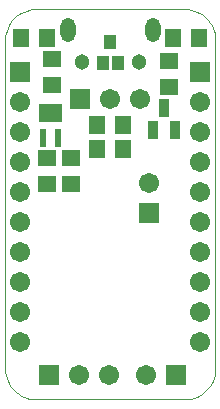
<source format=gbs>
G04*
G04 #@! TF.GenerationSoftware,Altium Limited,Altium Designer,22.5.1 (42)*
G04*
G04 Layer_Color=16711935*
%FSLAX25Y25*%
%MOIN*%
G70*
G04*
G04 #@! TF.SameCoordinates,C3C7CF66-0B5B-4541-851D-C3C27CC74C65*
G04*
G04*
G04 #@! TF.FilePolarity,Negative*
G04*
G01*
G75*
%ADD14C,0.00000*%
%ADD17R,0.05524X0.06312*%
%ADD18R,0.06312X0.05524*%
%ADD20C,0.05131*%
%ADD21O,0.05131X0.08083*%
%ADD22C,0.06706*%
%ADD23R,0.06706X0.06706*%
%ADD24R,0.06706X0.06706*%
%ADD52R,0.03359X0.05918*%
%ADD53R,0.02572X0.06115*%
%ADD54R,0.02375X0.06115*%
%ADD55R,0.03950X0.05131*%
D14*
X70000Y120000D02*
X69952Y120980D01*
X69808Y121951D01*
X69569Y122903D01*
X69239Y123827D01*
X68819Y124714D01*
X68315Y125556D01*
X67730Y126344D01*
X67071Y127071D01*
X66344Y127730D01*
X65556Y128315D01*
X64714Y128819D01*
X63827Y129239D01*
X62903Y129569D01*
X61951Y129808D01*
X60980Y129952D01*
X60000Y130000D01*
Y0D02*
X60980Y48D01*
X61951Y192D01*
X62903Y431D01*
X63827Y761D01*
X64714Y1181D01*
X65556Y1685D01*
X66344Y2270D01*
X67071Y2929D01*
X67730Y3656D01*
X68315Y4444D01*
X68819Y5286D01*
X69239Y6173D01*
X69569Y7097D01*
X69808Y8049D01*
X69952Y9020D01*
X70000Y10000D01*
X0D02*
X48Y9020D01*
X192Y8049D01*
X431Y7097D01*
X761Y6173D01*
X1181Y5286D01*
X1685Y4444D01*
X2270Y3656D01*
X2929Y2929D01*
X3656Y2270D01*
X4444Y1685D01*
X5286Y1181D01*
X6173Y761D01*
X7097Y431D01*
X8049Y192D01*
X9020Y48D01*
X10000Y0D01*
Y130000D02*
X9020Y129952D01*
X8049Y129808D01*
X7097Y129569D01*
X6173Y129239D01*
X5286Y128819D01*
X4444Y128315D01*
X3656Y127730D01*
X2929Y127071D01*
X2270Y126344D01*
X1685Y125556D01*
X1181Y124714D01*
X761Y123827D01*
X431Y122903D01*
X192Y121951D01*
X48Y120980D01*
X0Y120000D01*
X10000Y130000D02*
X60000D01*
X70000Y10000D02*
Y120000D01*
X10000Y0D02*
X60000D01*
X0Y10000D02*
Y120000D01*
D17*
X5169Y120500D02*
D03*
X13831D02*
D03*
X39331Y91500D02*
D03*
X30669D02*
D03*
X39331Y83500D02*
D03*
X30669D02*
D03*
X56000Y120500D02*
D03*
X64661D02*
D03*
D18*
X54500Y104169D02*
D03*
Y112831D02*
D03*
X22000Y71669D02*
D03*
Y80331D02*
D03*
X14000D02*
D03*
Y71669D02*
D03*
X15500Y113331D02*
D03*
Y104669D02*
D03*
D20*
X44547Y112567D02*
D03*
X25453D02*
D03*
D21*
X20827Y123000D02*
D03*
X49173D02*
D03*
D22*
X65000Y99000D02*
D03*
Y49000D02*
D03*
Y39000D02*
D03*
Y89000D02*
D03*
Y79000D02*
D03*
Y69000D02*
D03*
Y59000D02*
D03*
Y29000D02*
D03*
Y19000D02*
D03*
X5000Y99000D02*
D03*
Y49000D02*
D03*
Y39000D02*
D03*
Y89000D02*
D03*
Y79000D02*
D03*
Y69000D02*
D03*
Y59000D02*
D03*
Y29000D02*
D03*
Y19000D02*
D03*
X45000Y100000D02*
D03*
X35000D02*
D03*
X48000Y72000D02*
D03*
X34500Y8000D02*
D03*
X24500D02*
D03*
X47000D02*
D03*
D23*
X65000Y109000D02*
D03*
X5000D02*
D03*
X48000Y62000D02*
D03*
D24*
X25000Y100000D02*
D03*
X14500Y8000D02*
D03*
X57000D02*
D03*
D52*
X56740Y89760D02*
D03*
X49260D02*
D03*
X53000Y97240D02*
D03*
D53*
X15000Y95500D02*
D03*
X12441D02*
D03*
X17559D02*
D03*
D54*
X12441Y87232D02*
D03*
X17559D02*
D03*
D55*
X32441Y111957D02*
D03*
X37559D02*
D03*
X35000Y119043D02*
D03*
M02*

</source>
